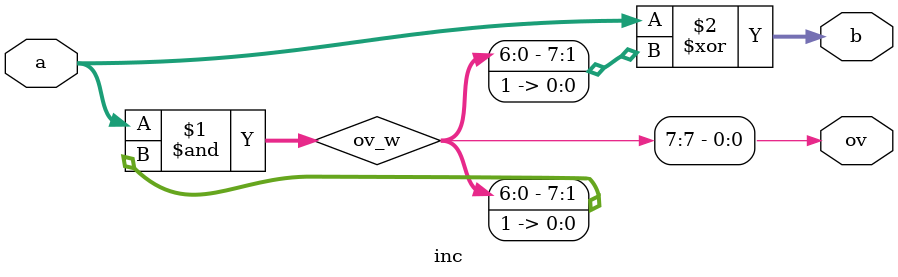
<source format=v>
`timescale 1ns / 1ps


module inc(
        input [7:0]a,
        output [7:0]b,
        output ov);

    wire [7:0]ov_w;

    assign ov_w[7:0] = a[7:0] & {ov_w[6:0],1'b1};
    assign b[7:0]  = a[7:0] ^ {ov_w[6:0],1'b1};

    assign ov = ov_w[7];

endmodule

</source>
